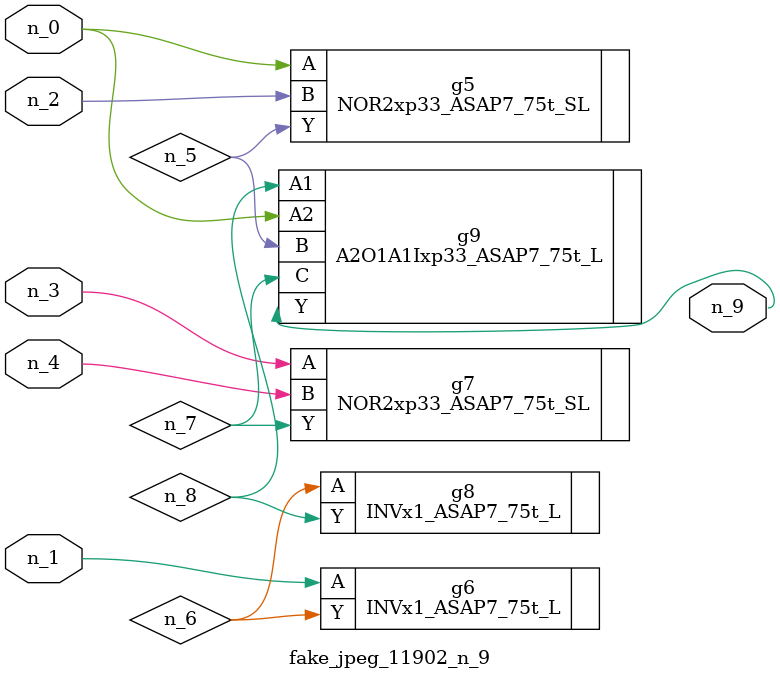
<source format=v>
module fake_jpeg_11902_n_9 (n_3, n_2, n_1, n_0, n_4, n_9);

input n_3;
input n_2;
input n_1;
input n_0;
input n_4;

output n_9;

wire n_8;
wire n_6;
wire n_5;
wire n_7;

NOR2xp33_ASAP7_75t_SL g5 ( 
.A(n_0),
.B(n_2),
.Y(n_5)
);

INVx1_ASAP7_75t_L g6 ( 
.A(n_1),
.Y(n_6)
);

NOR2xp33_ASAP7_75t_SL g7 ( 
.A(n_3),
.B(n_4),
.Y(n_7)
);

INVx1_ASAP7_75t_L g8 ( 
.A(n_6),
.Y(n_8)
);

A2O1A1Ixp33_ASAP7_75t_L g9 ( 
.A1(n_8),
.A2(n_0),
.B(n_5),
.C(n_7),
.Y(n_9)
);


endmodule
</source>
